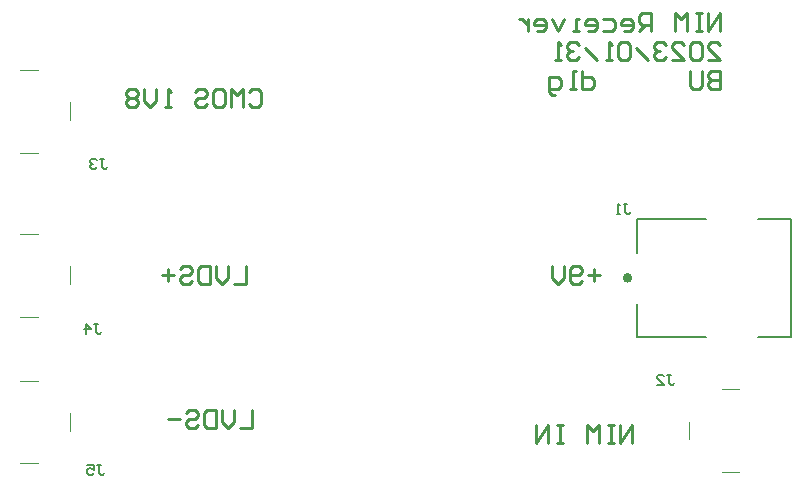
<source format=gbo>
G04*
G04 #@! TF.GenerationSoftware,Altium Limited,Altium Designer,21.9.2 (33)*
G04*
G04 Layer_Color=32896*
%FSLAX25Y25*%
%MOIN*%
G70*
G04*
G04 #@! TF.SameCoordinates,F86B88AB-77F1-441A-86F4-9EF021290F2A*
G04*
G04*
G04 #@! TF.FilePolarity,Positive*
G04*
G01*
G75*
%ADD13C,0.00800*%
%ADD54C,0.01000*%
%ADD65C,0.01575*%
%ADD66C,0.00394*%
%ADD67C,0.00500*%
D13*
X47583Y34749D02*
X48749D01*
X48166D01*
Y31834D01*
X48749Y31251D01*
X49333D01*
X49916Y31834D01*
X44084Y34749D02*
X46417D01*
Y33000D01*
X45251Y33583D01*
X44667D01*
X44084Y33000D01*
Y31834D01*
X44667Y31251D01*
X45834D01*
X46417Y31834D01*
X46583Y81749D02*
X47749D01*
X47166D01*
Y78834D01*
X47749Y78251D01*
X48333D01*
X48916Y78834D01*
X43667Y78251D02*
Y81749D01*
X45417Y80000D01*
X43084D01*
X48583Y136749D02*
X49749D01*
X49166D01*
Y133834D01*
X49749Y133251D01*
X50333D01*
X50916Y133834D01*
X47417Y136166D02*
X46834Y136749D01*
X45667D01*
X45084Y136166D01*
Y135583D01*
X45667Y135000D01*
X46251D01*
X45667D01*
X45084Y134417D01*
Y133834D01*
X45667Y133251D01*
X46834D01*
X47417Y133834D01*
X237583Y64749D02*
X238749D01*
X238166D01*
Y61834D01*
X238749Y61251D01*
X239333D01*
X239916Y61834D01*
X234084Y61251D02*
X236417D01*
X234084Y63583D01*
Y64166D01*
X234667Y64749D01*
X235834D01*
X236417Y64166D01*
X223000Y121749D02*
X224166D01*
X223583D01*
Y118834D01*
X224166Y118251D01*
X224749D01*
X225333Y118834D01*
X221834Y118251D02*
X220667D01*
X221251D01*
Y121749D01*
X221834Y121166D01*
D54*
X255000Y179195D02*
Y185193D01*
X251001Y179195D01*
Y185193D01*
X249002D02*
X247003D01*
X248002D01*
Y179195D01*
X249002D01*
X247003D01*
X244004D02*
Y185193D01*
X242004Y183193D01*
X240005Y185193D01*
Y179195D01*
X232007D02*
Y185193D01*
X229008D01*
X228009Y184193D01*
Y182194D01*
X229008Y181194D01*
X232007D01*
X230008D02*
X228009Y179195D01*
X223010D02*
X225010D01*
X226009Y180194D01*
Y182194D01*
X225010Y183193D01*
X223010D01*
X222011Y182194D01*
Y181194D01*
X226009D01*
X216013Y183193D02*
X219012D01*
X220011Y182194D01*
Y180194D01*
X219012Y179195D01*
X216013D01*
X211014D02*
X213014D01*
X214013Y180194D01*
Y182194D01*
X213014Y183193D01*
X211014D01*
X210015Y182194D01*
Y181194D01*
X214013D01*
X208015Y179195D02*
X206016D01*
X207015D01*
Y183193D01*
X208015D01*
X203017D02*
X201017Y179195D01*
X199018Y183193D01*
X194020Y179195D02*
X196019D01*
X197019Y180194D01*
Y182194D01*
X196019Y183193D01*
X194020D01*
X193020Y182194D01*
Y181194D01*
X197019D01*
X191021Y183193D02*
Y179195D01*
Y181194D01*
X190021Y182194D01*
X189021Y183193D01*
X188022D01*
X251001Y169597D02*
X255000D01*
X251001Y173596D01*
Y174595D01*
X252001Y175595D01*
X254000D01*
X255000Y174595D01*
X249002D02*
X248002Y175595D01*
X246003D01*
X245003Y174595D01*
Y170597D01*
X246003Y169597D01*
X248002D01*
X249002Y170597D01*
Y174595D01*
X239005Y169597D02*
X243004D01*
X239005Y173596D01*
Y174595D01*
X240005Y175595D01*
X242004D01*
X243004Y174595D01*
X237006D02*
X236006Y175595D01*
X234007D01*
X233007Y174595D01*
Y173596D01*
X234007Y172596D01*
X235006D01*
X234007D01*
X233007Y171596D01*
Y170597D01*
X234007Y169597D01*
X236006D01*
X237006Y170597D01*
X231008Y169597D02*
X227009Y173596D01*
X225010Y174595D02*
X224010Y175595D01*
X222011D01*
X221011Y174595D01*
Y170597D01*
X222011Y169597D01*
X224010D01*
X225010Y170597D01*
Y174595D01*
X219012Y169597D02*
X217012D01*
X218012D01*
Y175595D01*
X219012Y174595D01*
X214013Y169597D02*
X210015Y173596D01*
X208015Y174595D02*
X207015Y175595D01*
X205016D01*
X204016Y174595D01*
Y173596D01*
X205016Y172596D01*
X206016D01*
X205016D01*
X204016Y171596D01*
Y170597D01*
X205016Y169597D01*
X207015D01*
X208015Y170597D01*
X202017Y169597D02*
X200018D01*
X201017D01*
Y175595D01*
X202017Y174595D01*
X255000Y165997D02*
Y159999D01*
X252001D01*
X251001Y160999D01*
Y161999D01*
X252001Y162998D01*
X255000D01*
X252001D01*
X251001Y163998D01*
Y164998D01*
X252001Y165997D01*
X255000D01*
X249002D02*
Y160999D01*
X248002Y159999D01*
X246003D01*
X245003Y160999D01*
Y165997D01*
X209015D02*
Y159999D01*
X212014D01*
X213014Y160999D01*
Y162998D01*
X212014Y163998D01*
X209015D01*
X207015Y159999D02*
X205016D01*
X206016D01*
Y165997D01*
X207015D01*
X200018Y158000D02*
X199018D01*
X198018Y159000D01*
Y163998D01*
X201017D01*
X202017Y162998D01*
Y160999D01*
X201017Y159999D01*
X198018D01*
X98001Y158998D02*
X99001Y159998D01*
X101000D01*
X102000Y158998D01*
Y155000D01*
X101000Y154000D01*
X99001D01*
X98001Y155000D01*
X96002Y154000D02*
Y159998D01*
X94003Y157999D01*
X92003Y159998D01*
Y154000D01*
X87005Y159998D02*
X89004D01*
X90004Y158998D01*
Y155000D01*
X89004Y154000D01*
X87005D01*
X86005Y155000D01*
Y158998D01*
X87005Y159998D01*
X80007Y158998D02*
X81007Y159998D01*
X83006D01*
X84006Y158998D01*
Y157999D01*
X83006Y156999D01*
X81007D01*
X80007Y155999D01*
Y155000D01*
X81007Y154000D01*
X83006D01*
X84006Y155000D01*
X72010Y154000D02*
X70010D01*
X71010D01*
Y159998D01*
X72010Y158998D01*
X67011Y159998D02*
Y155999D01*
X65012Y154000D01*
X63013Y155999D01*
Y159998D01*
X61013Y158998D02*
X60014Y159998D01*
X58014D01*
X57015Y158998D01*
Y157999D01*
X58014Y156999D01*
X57015Y155999D01*
Y155000D01*
X58014Y154000D01*
X60014D01*
X61013Y155000D01*
Y155999D01*
X60014Y156999D01*
X61013Y157999D01*
Y158998D01*
X60014Y156999D02*
X58014D01*
X99000Y52998D02*
Y47000D01*
X95001D01*
X93002Y52998D02*
Y48999D01*
X91003Y47000D01*
X89003Y48999D01*
Y52998D01*
X87004D02*
Y47000D01*
X84005D01*
X83005Y48000D01*
Y51998D01*
X84005Y52998D01*
X87004D01*
X77007Y51998D02*
X78007Y52998D01*
X80006D01*
X81006Y51998D01*
Y50999D01*
X80006Y49999D01*
X78007D01*
X77007Y48999D01*
Y48000D01*
X78007Y47000D01*
X80006D01*
X81006Y48000D01*
X75008Y49999D02*
X71009D01*
X97000Y100998D02*
Y95000D01*
X93001D01*
X91002Y100998D02*
Y96999D01*
X89003Y95000D01*
X87003Y96999D01*
Y100998D01*
X85004D02*
Y95000D01*
X82005D01*
X81005Y96000D01*
Y99998D01*
X82005Y100998D01*
X85004D01*
X75007Y99998D02*
X76007Y100998D01*
X78006D01*
X79006Y99998D01*
Y98999D01*
X78006Y97999D01*
X76007D01*
X75007Y96999D01*
Y96000D01*
X76007Y95000D01*
X78006D01*
X79006Y96000D01*
X73008Y97999D02*
X69009D01*
X71008Y99998D02*
Y96000D01*
X225790Y42001D02*
Y47999D01*
X221791Y42001D01*
Y47999D01*
X219792D02*
X217792D01*
X218792D01*
Y42001D01*
X219792D01*
X217792D01*
X214793D02*
Y47999D01*
X212794Y46000D01*
X210794Y47999D01*
Y42001D01*
X202797Y47999D02*
X200798D01*
X201797D01*
Y42001D01*
X202797D01*
X200798D01*
X197799D02*
Y47999D01*
X193800Y42001D01*
Y47999D01*
X215000Y97999D02*
X211001D01*
X213001Y99998D02*
Y96000D01*
X209002D02*
X208002Y95000D01*
X206003D01*
X205003Y96000D01*
Y99998D01*
X206003Y100998D01*
X208002D01*
X209002Y99998D01*
Y98999D01*
X208002Y97999D01*
X205003D01*
X203004Y100998D02*
Y96999D01*
X201005Y95000D01*
X199005Y96999D01*
Y100998D01*
D65*
X225079Y97000D02*
G03*
X225079Y97000I-787J0D01*
G01*
D66*
X21726Y35216D02*
X27631D01*
X21726D02*
X27631D01*
X38458Y46043D02*
Y51949D01*
Y46043D02*
Y51949D01*
X21726Y62775D02*
X27631D01*
X21726D02*
X27631D01*
X255624Y59882D02*
X261529D01*
X255624D02*
X261529D01*
X244797Y43150D02*
Y49055D01*
Y43150D02*
Y49055D01*
X255624Y32323D02*
X261529D01*
X255624D02*
X261529D01*
X21726Y138746D02*
X27631D01*
X21726D02*
X27631D01*
X38458Y149572D02*
Y155478D01*
Y149572D02*
Y155478D01*
X21726Y166305D02*
X27631D01*
X21726D02*
X27631D01*
X21726Y111667D02*
X27631D01*
X21726D02*
X27631D01*
X38458Y94935D02*
Y100840D01*
Y94935D02*
Y100840D01*
X21726Y84108D02*
X27631D01*
X21726D02*
X27631D01*
D67*
X278622Y77315D02*
Y116685D01*
X267598D02*
X278622D01*
X227441D02*
X250276D01*
X227441Y105268D02*
Y116685D01*
Y77315D02*
Y88339D01*
Y77315D02*
X250276D01*
X267598D02*
X278622D01*
M02*

</source>
